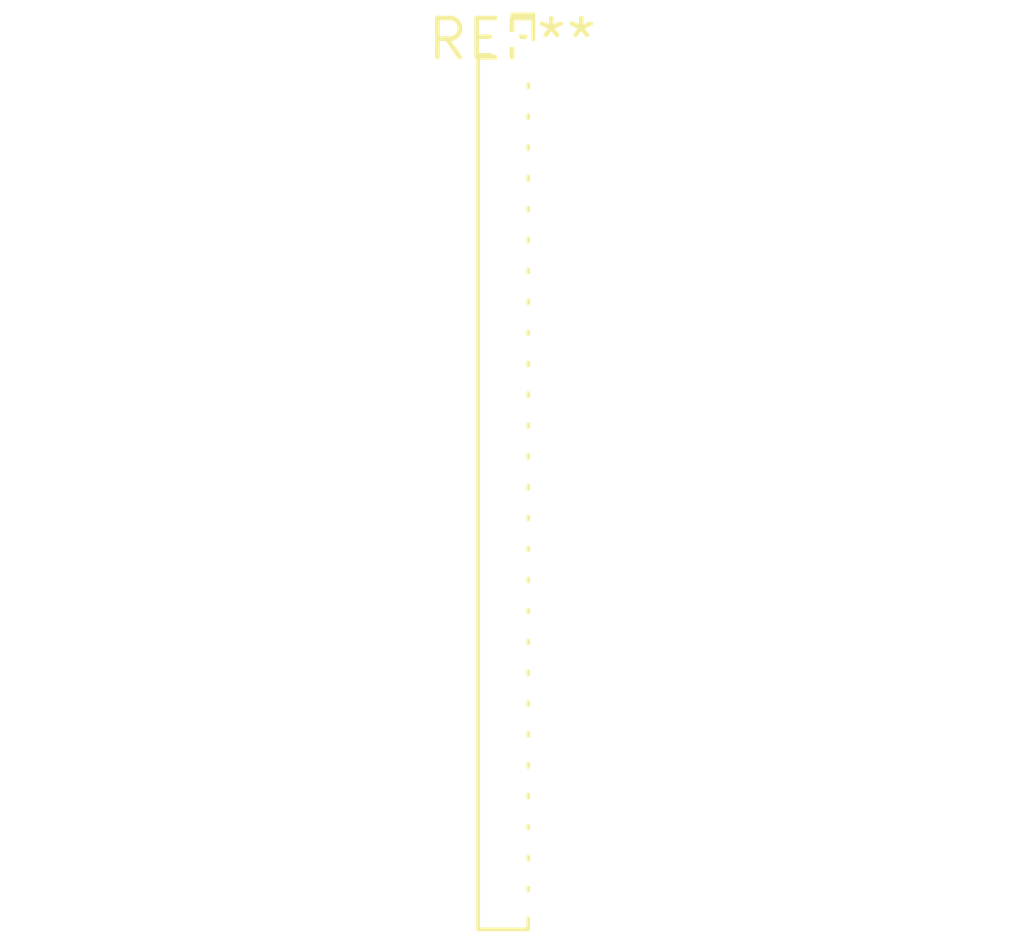
<source format=kicad_pcb>
(kicad_pcb (version 20240108) (generator pcbnew)
  (layers (0 "F.Cu" signal) (31 "B.Cu" signal) (34 "B.Paste" user) (35 "F.Paste" user) (36 "B.SilkS" user "B.Silkscreen") (37 "F.SilkS" user "F.Silkscreen") (38 "B.Mask" user) (39 "F.Mask" user) (44 "Edge.Cuts" user))
  (net 0 "")
  (footprint "PinSocket_1x29_P1.00mm_Vertical" (layer "F.Cu") (at 0 0)
    (property "Reference" "REF**")
    (property "Value" "PinSocket_1x29_P1.00mm_Vertical")
    (fp_line (start -1.1 0.5) (end -1.1 28.81) (layer "F.SilkS") (stroke (width 0.12)))
    (fp_line (start -1.1 0.5) (end -0.685 0.5) (layer "F.SilkS") (stroke (width 0.12)))
    (fp_line (start -1.1 28.81) (end 0.52 28.81) (layer "F.SilkS") (stroke (width 0.12)))
    (fp_line (start 0 -0.81) (end 0.685 -0.81) (layer "F.SilkS") (stroke (width 0.12)))
    (fp_line (start 0.52 1.445898) (end 0.52 1.554102) (layer "F.SilkS") (stroke (width 0.12)))
    (fp_line (start 0.52 2.445898) (end 0.52 2.554102) (layer "F.SilkS") (stroke (width 0.12)))
    (fp_line (start 0.52 3.445898) (end 0.52 3.554102) (layer "F.SilkS") (stroke (width 0.12)))
    (fp_line (start 0.52 4.445898) (end 0.52 4.554102) (layer "F.SilkS") (stroke (width 0.12)))
    (fp_line (start 0.52 5.445898) (end 0.52 5.554102) (layer "F.SilkS") (stroke (width 0.12)))
    (fp_line (start 0.52 6.445898) (end 0.52 6.554102) (layer "F.SilkS") (stroke (width 0.12)))
    (fp_line (start 0.52 7.445898) (end 0.52 7.554102) (layer "F.SilkS") (stroke (width 0.12)))
    (fp_line (start 0.52 8.445898) (end 0.52 8.554102) (layer "F.SilkS") (stroke (width 0.12)))
    (fp_line (start 0.52 9.445898) (end 0.52 9.554102) (layer "F.SilkS") (stroke (width 0.12)))
    (fp_line (start 0.52 10.445898) (end 0.52 10.554102) (layer "F.SilkS") (stroke (width 0.12)))
    (fp_line (start 0.52 11.445898) (end 0.52 11.554102) (layer "F.SilkS") (stroke (width 0.12)))
    (fp_line (start 0.52 12.445898) (end 0.52 12.554102) (layer "F.SilkS") (stroke (width 0.12)))
    (fp_line (start 0.52 13.445898) (end 0.52 13.554102) (layer "F.SilkS") (stroke (width 0.12)))
    (fp_line (start 0.52 14.445898) (end 0.52 14.554102) (layer "F.SilkS") (stroke (width 0.12)))
    (fp_line (start 0.52 15.445898) (end 0.52 15.554102) (layer "F.SilkS") (stroke (width 0.12)))
    (fp_line (start 0.52 16.445898) (end 0.52 16.554102) (layer "F.SilkS") (stroke (width 0.12)))
    (fp_line (start 0.52 17.445898) (end 0.52 17.554102) (layer "F.SilkS") (stroke (width 0.12)))
    (fp_line (start 0.52 18.445898) (end 0.52 18.554102) (layer "F.SilkS") (stroke (width 0.12)))
    (fp_line (start 0.52 19.445898) (end 0.52 19.554102) (layer "F.SilkS") (stroke (width 0.12)))
    (fp_line (start 0.52 20.445898) (end 0.52 20.554102) (layer "F.SilkS") (stroke (width 0.12)))
    (fp_line (start 0.52 21.445898) (end 0.52 21.554102) (layer "F.SilkS") (stroke (width 0.12)))
    (fp_line (start 0.52 22.445898) (end 0.52 22.554102) (layer "F.SilkS") (stroke (width 0.12)))
    (fp_line (start 0.52 23.445898) (end 0.52 23.554102) (layer "F.SilkS") (stroke (width 0.12)))
    (fp_line (start 0.52 24.445898) (end 0.52 24.554102) (layer "F.SilkS") (stroke (width 0.12)))
    (fp_line (start 0.52 25.445898) (end 0.52 25.554102) (layer "F.SilkS") (stroke (width 0.12)))
    (fp_line (start 0.52 26.445898) (end 0.52 26.554102) (layer "F.SilkS") (stroke (width 0.12)))
    (fp_line (start 0.52 27.445898) (end 0.52 27.554102) (layer "F.SilkS") (stroke (width 0.12)))
    (fp_line (start 0.52 28.445898) (end 0.52 28.81) (layer "F.SilkS") (stroke (width 0.12)))
    (fp_line (start 0.685 -0.81) (end 0.685 0) (layer "F.SilkS") (stroke (width 0.12)))
    (pad "1" thru_hole rect (at 0 0) (size 0.85 0.85) (drill 0.5) (layers *.Cu *.Mask) (remove_unused_layers))
    (pad "2" thru_hole oval (at 0 1) (size 0.85 0.85) (drill 0.5) (layers *.Cu *.Mask) (remove_unused_layers))
    (pad "3" thru_hole oval (at 0 2) (size 0.85 0.85) (drill 0.5) (layers *.Cu *.Mask) (remove_unused_layers))
    (pad "4" thru_hole oval (at 0 3) (size 0.85 0.85) (drill 0.5) (layers *.Cu *.Mask) (remove_unused_layers))
    (pad "5" thru_hole oval (at 0 4) (size 0.85 0.85) (drill 0.5) (layers *.Cu *.Mask) (remove_unused_layers))
    (pad "6" thru_hole oval (at 0 5) (size 0.85 0.85) (drill 0.5) (layers *.Cu *.Mask) (remove_unused_layers))
    (pad "7" thru_hole oval (at 0 6) (size 0.85 0.85) (drill 0.5) (layers *.Cu *.Mask) (remove_unused_layers))
    (pad "8" thru_hole oval (at 0 7) (size 0.85 0.85) (drill 0.5) (layers *.Cu *.Mask) (remove_unused_layers))
    (pad "9" thru_hole oval (at 0 8) (size 0.85 0.85) (drill 0.5) (layers *.Cu *.Mask) (remove_unused_layers))
    (pad "10" thru_hole oval (at 0 9) (size 0.85 0.85) (drill 0.5) (layers *.Cu *.Mask) (remove_unused_layers))
    (pad "11" thru_hole oval (at 0 10) (size 0.85 0.85) (drill 0.5) (layers *.Cu *.Mask) (remove_unused_layers))
    (pad "12" thru_hole oval (at 0 11) (size 0.85 0.85) (drill 0.5) (layers *.Cu *.Mask) (remove_unused_layers))
    (pad "13" thru_hole oval (at 0 12) (size 0.85 0.85) (drill 0.5) (layers *.Cu *.Mask) (remove_unused_layers))
    (pad "14" thru_hole oval (at 0 13) (size 0.85 0.85) (drill 0.5) (layers *.Cu *.Mask) (remove_unused_layers))
    (pad "15" thru_hole oval (at 0 14) (size 0.85 0.85) (drill 0.5) (layers *.Cu *.Mask) (remove_unused_layers))
    (pad "16" thru_hole oval (at 0 15) (size 0.85 0.85) (drill 0.5) (layers *.Cu *.Mask) (remove_unused_layers))
    (pad "17" thru_hole oval (at 0 16) (size 0.85 0.85) (drill 0.5) (layers *.Cu *.Mask) (remove_unused_layers))
    (pad "18" thru_hole oval (at 0 17) (size 0.85 0.85) (drill 0.5) (layers *.Cu *.Mask) (remove_unused_layers))
    (pad "19" thru_hole oval (at 0 18) (size 0.85 0.85) (drill 0.5) (layers *.Cu *.Mask) (remove_unused_layers))
    (pad "20" thru_hole oval (at 0 19) (size 0.85 0.85) (drill 0.5) (layers *.Cu *.Mask) (remove_unused_layers))
    (pad "21" thru_hole oval (at 0 20) (size 0.85 0.85) (drill 0.5) (layers *.Cu *.Mask) (remove_unused_layers))
    (pad "22" thru_hole oval (at 0 21) (size 0.85 0.85) (drill 0.5) (layers *.Cu *.Mask) (remove_unused_layers))
    (pad "23" thru_hole oval (at 0 22) (size 0.85 0.85) (drill 0.5) (layers *.Cu *.Mask) (remove_unused_layers))
    (pad "24" thru_hole oval (at 0 23) (size 0.85 0.85) (drill 0.5) (layers *.Cu *.Mask) (remove_unused_layers))
    (pad "25" thru_hole oval (at 0 24) (size 0.85 0.85) (drill 0.5) (layers *.Cu *.Mask) (remove_unused_layers))
    (pad "26" thru_hole oval (at 0 25) (size 0.85 0.85) (drill 0.5) (layers *.Cu *.Mask) (remove_unused_layers))
    (pad "27" thru_hole oval (at 0 26) (size 0.85 0.85) (drill 0.5) (layers *.Cu *.Mask) (remove_unused_layers))
    (pad "28" thru_hole oval (at 0 27) (size 0.85 0.85) (drill 0.5) (layers *.Cu *.Mask) (remove_unused_layers))
    (pad "29" thru_hole oval (at 0 28) (size 0.85 0.85) (drill 0.5) (layers *.Cu *.Mask) (remove_unused_layers))
  )
)
</source>
